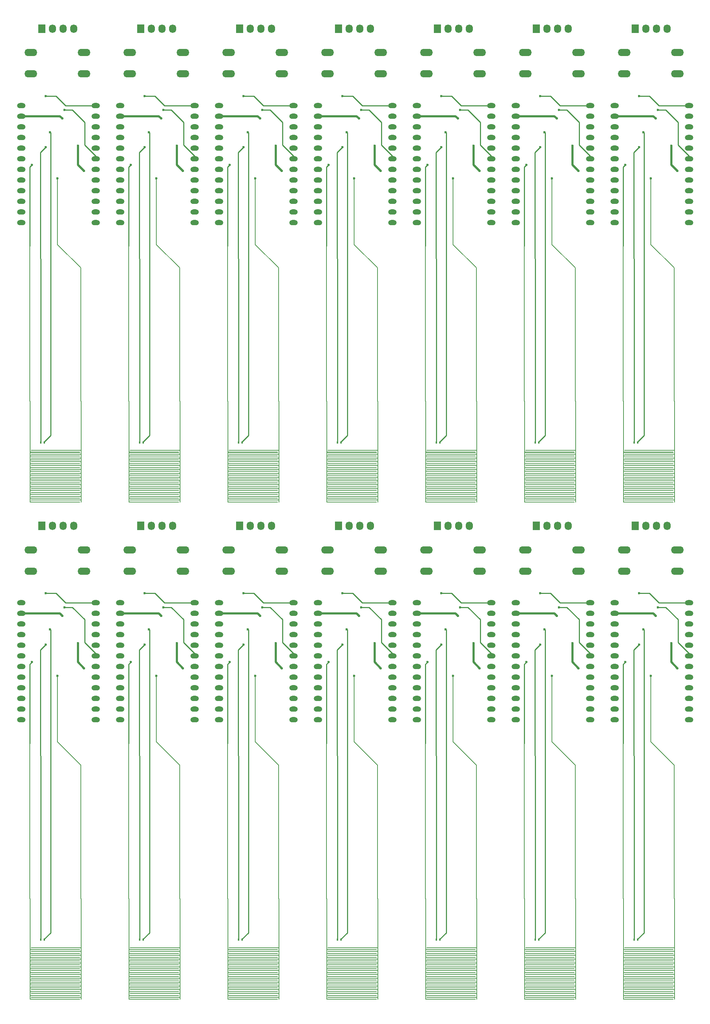
<source format=gtl>
G04 #@! TF.FileFunction,Copper,L1,Top,Signal*
%FSLAX46Y46*%
G04 Gerber Fmt 4.6, Leading zero omitted, Abs format (unit mm)*
G04 Created by KiCad (PCBNEW 4.0.1-stable) date 2/13/2017 3:52:04 PM*
%MOMM*%
G01*
G04 APERTURE LIST*
%ADD10C,0.100000*%
%ADD11O,2.000000X1.270000*%
%ADD12R,1.727200X2.032000*%
%ADD13O,1.727200X2.032000*%
%ADD14R,0.400000X0.600000*%
%ADD15O,3.048000X1.727200*%
%ADD16C,0.600000*%
%ADD17C,0.152400*%
%ADD18C,0.250000*%
%ADD19C,0.500000*%
G04 APERTURE END LIST*
D10*
D11*
X143298000Y-155090000D03*
X125518000Y-155090000D03*
X143298000Y-157630000D03*
X125518000Y-157630000D03*
X143298000Y-160170000D03*
X125518000Y-160170000D03*
X143298000Y-162710000D03*
X125518000Y-162710000D03*
X143298000Y-165250000D03*
X125518000Y-165250000D03*
X143298000Y-167790000D03*
X125518000Y-167790000D03*
X143298000Y-170330000D03*
X125518000Y-170330000D03*
X143298000Y-172870000D03*
X125518000Y-172870000D03*
X143298000Y-175410000D03*
X125518000Y-175410000D03*
X143298000Y-177950000D03*
X125518000Y-177950000D03*
X143298000Y-180490000D03*
X125518000Y-180490000D03*
X143298000Y-183030000D03*
X125518000Y-183030000D03*
D12*
X130445600Y-136751200D03*
D13*
X132985600Y-136751200D03*
X135525600Y-136751200D03*
X138065600Y-136751200D03*
D14*
X130198800Y-235531800D03*
X131098800Y-235531800D03*
D15*
X127854800Y-142440800D03*
X127854800Y-147520800D03*
X140554800Y-142440800D03*
X140554800Y-147520800D03*
X127854800Y-23695800D03*
X127854800Y-28775800D03*
X140554800Y-23695800D03*
X140554800Y-28775800D03*
D14*
X130198800Y-116786800D03*
X131098800Y-116786800D03*
D12*
X130445600Y-18006200D03*
D13*
X132985600Y-18006200D03*
X135525600Y-18006200D03*
X138065600Y-18006200D03*
D11*
X143298000Y-36345000D03*
X125518000Y-36345000D03*
X143298000Y-38885000D03*
X125518000Y-38885000D03*
X143298000Y-41425000D03*
X125518000Y-41425000D03*
X143298000Y-43965000D03*
X125518000Y-43965000D03*
X143298000Y-46505000D03*
X125518000Y-46505000D03*
X143298000Y-49045000D03*
X125518000Y-49045000D03*
X143298000Y-51585000D03*
X125518000Y-51585000D03*
X143298000Y-54125000D03*
X125518000Y-54125000D03*
X143298000Y-56665000D03*
X125518000Y-56665000D03*
X143298000Y-59205000D03*
X125518000Y-59205000D03*
X143298000Y-61745000D03*
X125518000Y-61745000D03*
X143298000Y-64285000D03*
X125518000Y-64285000D03*
X190542000Y-36345000D03*
X172762000Y-36345000D03*
X190542000Y-38885000D03*
X172762000Y-38885000D03*
X190542000Y-41425000D03*
X172762000Y-41425000D03*
X190542000Y-43965000D03*
X172762000Y-43965000D03*
X190542000Y-46505000D03*
X172762000Y-46505000D03*
X190542000Y-49045000D03*
X172762000Y-49045000D03*
X190542000Y-51585000D03*
X172762000Y-51585000D03*
X190542000Y-54125000D03*
X172762000Y-54125000D03*
X190542000Y-56665000D03*
X172762000Y-56665000D03*
X190542000Y-59205000D03*
X172762000Y-59205000D03*
X190542000Y-61745000D03*
X172762000Y-61745000D03*
X190542000Y-64285000D03*
X172762000Y-64285000D03*
D12*
X177689600Y-18006200D03*
D13*
X180229600Y-18006200D03*
X182769600Y-18006200D03*
X185309600Y-18006200D03*
D14*
X177442800Y-116786800D03*
X178342800Y-116786800D03*
D15*
X175098800Y-23695800D03*
X175098800Y-28775800D03*
X187798800Y-23695800D03*
X187798800Y-28775800D03*
X175098800Y-142440800D03*
X175098800Y-147520800D03*
X187798800Y-142440800D03*
X187798800Y-147520800D03*
D14*
X177442800Y-235531800D03*
X178342800Y-235531800D03*
D12*
X177689600Y-136751200D03*
D13*
X180229600Y-136751200D03*
X182769600Y-136751200D03*
X185309600Y-136751200D03*
D11*
X190542000Y-155090000D03*
X172762000Y-155090000D03*
X190542000Y-157630000D03*
X172762000Y-157630000D03*
X190542000Y-160170000D03*
X172762000Y-160170000D03*
X190542000Y-162710000D03*
X172762000Y-162710000D03*
X190542000Y-165250000D03*
X172762000Y-165250000D03*
X190542000Y-167790000D03*
X172762000Y-167790000D03*
X190542000Y-170330000D03*
X172762000Y-170330000D03*
X190542000Y-172870000D03*
X172762000Y-172870000D03*
X190542000Y-175410000D03*
X172762000Y-175410000D03*
X190542000Y-177950000D03*
X172762000Y-177950000D03*
X190542000Y-180490000D03*
X172762000Y-180490000D03*
X190542000Y-183030000D03*
X172762000Y-183030000D03*
X166920000Y-155090000D03*
X149140000Y-155090000D03*
X166920000Y-157630000D03*
X149140000Y-157630000D03*
X166920000Y-160170000D03*
X149140000Y-160170000D03*
X166920000Y-162710000D03*
X149140000Y-162710000D03*
X166920000Y-165250000D03*
X149140000Y-165250000D03*
X166920000Y-167790000D03*
X149140000Y-167790000D03*
X166920000Y-170330000D03*
X149140000Y-170330000D03*
X166920000Y-172870000D03*
X149140000Y-172870000D03*
X166920000Y-175410000D03*
X149140000Y-175410000D03*
X166920000Y-177950000D03*
X149140000Y-177950000D03*
X166920000Y-180490000D03*
X149140000Y-180490000D03*
X166920000Y-183030000D03*
X149140000Y-183030000D03*
D12*
X154067600Y-136751200D03*
D13*
X156607600Y-136751200D03*
X159147600Y-136751200D03*
X161687600Y-136751200D03*
D14*
X153820800Y-235531800D03*
X154720800Y-235531800D03*
D15*
X151476800Y-142440800D03*
X151476800Y-147520800D03*
X164176800Y-142440800D03*
X164176800Y-147520800D03*
X151476800Y-23695800D03*
X151476800Y-28775800D03*
X164176800Y-23695800D03*
X164176800Y-28775800D03*
D14*
X153820800Y-116786800D03*
X154720800Y-116786800D03*
D12*
X154067600Y-18006200D03*
D13*
X156607600Y-18006200D03*
X159147600Y-18006200D03*
X161687600Y-18006200D03*
D11*
X166920000Y-36345000D03*
X149140000Y-36345000D03*
X166920000Y-38885000D03*
X149140000Y-38885000D03*
X166920000Y-41425000D03*
X149140000Y-41425000D03*
X166920000Y-43965000D03*
X149140000Y-43965000D03*
X166920000Y-46505000D03*
X149140000Y-46505000D03*
X166920000Y-49045000D03*
X149140000Y-49045000D03*
X166920000Y-51585000D03*
X149140000Y-51585000D03*
X166920000Y-54125000D03*
X149140000Y-54125000D03*
X166920000Y-56665000D03*
X149140000Y-56665000D03*
X166920000Y-59205000D03*
X149140000Y-59205000D03*
X166920000Y-61745000D03*
X149140000Y-61745000D03*
X166920000Y-64285000D03*
X149140000Y-64285000D03*
X96054000Y-36345000D03*
X78274000Y-36345000D03*
X96054000Y-38885000D03*
X78274000Y-38885000D03*
X96054000Y-41425000D03*
X78274000Y-41425000D03*
X96054000Y-43965000D03*
X78274000Y-43965000D03*
X96054000Y-46505000D03*
X78274000Y-46505000D03*
X96054000Y-49045000D03*
X78274000Y-49045000D03*
X96054000Y-51585000D03*
X78274000Y-51585000D03*
X96054000Y-54125000D03*
X78274000Y-54125000D03*
X96054000Y-56665000D03*
X78274000Y-56665000D03*
X96054000Y-59205000D03*
X78274000Y-59205000D03*
X96054000Y-61745000D03*
X78274000Y-61745000D03*
X96054000Y-64285000D03*
X78274000Y-64285000D03*
D12*
X83201600Y-18006200D03*
D13*
X85741600Y-18006200D03*
X88281600Y-18006200D03*
X90821600Y-18006200D03*
D14*
X82954800Y-116786800D03*
X83854800Y-116786800D03*
D15*
X80610800Y-23695800D03*
X80610800Y-28775800D03*
X93310800Y-23695800D03*
X93310800Y-28775800D03*
X80610800Y-142440800D03*
X80610800Y-147520800D03*
X93310800Y-142440800D03*
X93310800Y-147520800D03*
D14*
X82954800Y-235531800D03*
X83854800Y-235531800D03*
D12*
X83201600Y-136751200D03*
D13*
X85741600Y-136751200D03*
X88281600Y-136751200D03*
X90821600Y-136751200D03*
D11*
X96054000Y-155090000D03*
X78274000Y-155090000D03*
X96054000Y-157630000D03*
X78274000Y-157630000D03*
X96054000Y-160170000D03*
X78274000Y-160170000D03*
X96054000Y-162710000D03*
X78274000Y-162710000D03*
X96054000Y-165250000D03*
X78274000Y-165250000D03*
X96054000Y-167790000D03*
X78274000Y-167790000D03*
X96054000Y-170330000D03*
X78274000Y-170330000D03*
X96054000Y-172870000D03*
X78274000Y-172870000D03*
X96054000Y-175410000D03*
X78274000Y-175410000D03*
X96054000Y-177950000D03*
X78274000Y-177950000D03*
X96054000Y-180490000D03*
X78274000Y-180490000D03*
X96054000Y-183030000D03*
X78274000Y-183030000D03*
X119676000Y-155090000D03*
X101896000Y-155090000D03*
X119676000Y-157630000D03*
X101896000Y-157630000D03*
X119676000Y-160170000D03*
X101896000Y-160170000D03*
X119676000Y-162710000D03*
X101896000Y-162710000D03*
X119676000Y-165250000D03*
X101896000Y-165250000D03*
X119676000Y-167790000D03*
X101896000Y-167790000D03*
X119676000Y-170330000D03*
X101896000Y-170330000D03*
X119676000Y-172870000D03*
X101896000Y-172870000D03*
X119676000Y-175410000D03*
X101896000Y-175410000D03*
X119676000Y-177950000D03*
X101896000Y-177950000D03*
X119676000Y-180490000D03*
X101896000Y-180490000D03*
X119676000Y-183030000D03*
X101896000Y-183030000D03*
D12*
X106823600Y-136751200D03*
D13*
X109363600Y-136751200D03*
X111903600Y-136751200D03*
X114443600Y-136751200D03*
D14*
X106576800Y-235531800D03*
X107476800Y-235531800D03*
D15*
X104232800Y-142440800D03*
X104232800Y-147520800D03*
X116932800Y-142440800D03*
X116932800Y-147520800D03*
X104232800Y-23695800D03*
X104232800Y-28775800D03*
X116932800Y-23695800D03*
X116932800Y-28775800D03*
D14*
X106576800Y-116786800D03*
X107476800Y-116786800D03*
D12*
X106823600Y-18006200D03*
D13*
X109363600Y-18006200D03*
X111903600Y-18006200D03*
X114443600Y-18006200D03*
D11*
X119676000Y-36345000D03*
X101896000Y-36345000D03*
X119676000Y-38885000D03*
X101896000Y-38885000D03*
X119676000Y-41425000D03*
X101896000Y-41425000D03*
X119676000Y-43965000D03*
X101896000Y-43965000D03*
X119676000Y-46505000D03*
X101896000Y-46505000D03*
X119676000Y-49045000D03*
X101896000Y-49045000D03*
X119676000Y-51585000D03*
X101896000Y-51585000D03*
X119676000Y-54125000D03*
X101896000Y-54125000D03*
X119676000Y-56665000D03*
X101896000Y-56665000D03*
X119676000Y-59205000D03*
X101896000Y-59205000D03*
X119676000Y-61745000D03*
X101896000Y-61745000D03*
X119676000Y-64285000D03*
X101896000Y-64285000D03*
X72432000Y-36345000D03*
X54652000Y-36345000D03*
X72432000Y-38885000D03*
X54652000Y-38885000D03*
X72432000Y-41425000D03*
X54652000Y-41425000D03*
X72432000Y-43965000D03*
X54652000Y-43965000D03*
X72432000Y-46505000D03*
X54652000Y-46505000D03*
X72432000Y-49045000D03*
X54652000Y-49045000D03*
X72432000Y-51585000D03*
X54652000Y-51585000D03*
X72432000Y-54125000D03*
X54652000Y-54125000D03*
X72432000Y-56665000D03*
X54652000Y-56665000D03*
X72432000Y-59205000D03*
X54652000Y-59205000D03*
X72432000Y-61745000D03*
X54652000Y-61745000D03*
X72432000Y-64285000D03*
X54652000Y-64285000D03*
D12*
X59579600Y-18006200D03*
D13*
X62119600Y-18006200D03*
X64659600Y-18006200D03*
X67199600Y-18006200D03*
D14*
X59332800Y-116786800D03*
X60232800Y-116786800D03*
D15*
X56988800Y-23695800D03*
X56988800Y-28775800D03*
X69688800Y-23695800D03*
X69688800Y-28775800D03*
X56988800Y-142440800D03*
X56988800Y-147520800D03*
X69688800Y-142440800D03*
X69688800Y-147520800D03*
D14*
X59332800Y-235531800D03*
X60232800Y-235531800D03*
D12*
X59579600Y-136751200D03*
D13*
X62119600Y-136751200D03*
X64659600Y-136751200D03*
X67199600Y-136751200D03*
D11*
X72432000Y-155090000D03*
X54652000Y-155090000D03*
X72432000Y-157630000D03*
X54652000Y-157630000D03*
X72432000Y-160170000D03*
X54652000Y-160170000D03*
X72432000Y-162710000D03*
X54652000Y-162710000D03*
X72432000Y-165250000D03*
X54652000Y-165250000D03*
X72432000Y-167790000D03*
X54652000Y-167790000D03*
X72432000Y-170330000D03*
X54652000Y-170330000D03*
X72432000Y-172870000D03*
X54652000Y-172870000D03*
X72432000Y-175410000D03*
X54652000Y-175410000D03*
X72432000Y-177950000D03*
X54652000Y-177950000D03*
X72432000Y-180490000D03*
X54652000Y-180490000D03*
X72432000Y-183030000D03*
X54652000Y-183030000D03*
X48810000Y-155090000D03*
X31030000Y-155090000D03*
X48810000Y-157630000D03*
X31030000Y-157630000D03*
X48810000Y-160170000D03*
X31030000Y-160170000D03*
X48810000Y-162710000D03*
X31030000Y-162710000D03*
X48810000Y-165250000D03*
X31030000Y-165250000D03*
X48810000Y-167790000D03*
X31030000Y-167790000D03*
X48810000Y-170330000D03*
X31030000Y-170330000D03*
X48810000Y-172870000D03*
X31030000Y-172870000D03*
X48810000Y-175410000D03*
X31030000Y-175410000D03*
X48810000Y-177950000D03*
X31030000Y-177950000D03*
X48810000Y-180490000D03*
X31030000Y-180490000D03*
X48810000Y-183030000D03*
X31030000Y-183030000D03*
D12*
X35957600Y-136751200D03*
D13*
X38497600Y-136751200D03*
X41037600Y-136751200D03*
X43577600Y-136751200D03*
D14*
X35710800Y-235531800D03*
X36610800Y-235531800D03*
D15*
X33366800Y-142440800D03*
X33366800Y-147520800D03*
X46066800Y-142440800D03*
X46066800Y-147520800D03*
X33366800Y-23695800D03*
X33366800Y-28775800D03*
X46066800Y-23695800D03*
X46066800Y-28775800D03*
D14*
X35710800Y-116786800D03*
X36610800Y-116786800D03*
D12*
X35957600Y-18006200D03*
D13*
X38497600Y-18006200D03*
X41037600Y-18006200D03*
X43577600Y-18006200D03*
D11*
X48810000Y-36345000D03*
X31030000Y-36345000D03*
X48810000Y-38885000D03*
X31030000Y-38885000D03*
X48810000Y-41425000D03*
X31030000Y-41425000D03*
X48810000Y-43965000D03*
X31030000Y-43965000D03*
X48810000Y-46505000D03*
X31030000Y-46505000D03*
X48810000Y-49045000D03*
X31030000Y-49045000D03*
X48810000Y-51585000D03*
X31030000Y-51585000D03*
X48810000Y-54125000D03*
X31030000Y-54125000D03*
X48810000Y-56665000D03*
X31030000Y-56665000D03*
X48810000Y-59205000D03*
X31030000Y-59205000D03*
X48810000Y-61745000D03*
X31030000Y-61745000D03*
X48810000Y-64285000D03*
X31030000Y-64285000D03*
D16*
X132452200Y-161440000D03*
X132452200Y-42695000D03*
X179696200Y-42695000D03*
X179696200Y-161440000D03*
X156074200Y-161440000D03*
X156074200Y-42695000D03*
X85208200Y-42695000D03*
X85208200Y-161440000D03*
X108830200Y-161440000D03*
X108830200Y-42695000D03*
X61586200Y-42695000D03*
X61586200Y-161440000D03*
X37964200Y-161440000D03*
X37964200Y-42695000D03*
X135373200Y-158188800D03*
X140554800Y-170711000D03*
X139107000Y-164716600D03*
X139107000Y-45971600D03*
X140554800Y-51966000D03*
X135373200Y-39443800D03*
X182617200Y-39443800D03*
X187798800Y-51966000D03*
X186351000Y-45971600D03*
X186351000Y-164716600D03*
X187798800Y-170711000D03*
X182617200Y-158188800D03*
X158995200Y-158188800D03*
X164176800Y-170711000D03*
X162729000Y-164716600D03*
X162729000Y-45971600D03*
X164176800Y-51966000D03*
X158995200Y-39443800D03*
X88129200Y-39443800D03*
X93310800Y-51966000D03*
X91863000Y-45971600D03*
X91863000Y-164716600D03*
X93310800Y-170711000D03*
X88129200Y-158188800D03*
X111751200Y-158188800D03*
X116932800Y-170711000D03*
X115485000Y-164716600D03*
X115485000Y-45971600D03*
X116932800Y-51966000D03*
X111751200Y-39443800D03*
X64507200Y-39443800D03*
X69688800Y-51966000D03*
X68241000Y-45971600D03*
X68241000Y-164716600D03*
X69688800Y-170711000D03*
X64507200Y-158188800D03*
X40885200Y-158188800D03*
X46066800Y-170711000D03*
X44619000Y-164716600D03*
X44619000Y-45971600D03*
X46066800Y-51966000D03*
X40885200Y-39443800D03*
X131436200Y-165072200D03*
X131436200Y-46327200D03*
X178680200Y-46327200D03*
X178680200Y-165072200D03*
X155058200Y-165072200D03*
X155058200Y-46327200D03*
X84192200Y-46327200D03*
X84192200Y-165072200D03*
X107814200Y-165072200D03*
X107814200Y-46327200D03*
X60570200Y-46327200D03*
X60570200Y-165072200D03*
X36948200Y-165072200D03*
X36948200Y-46327200D03*
X134179400Y-172514400D03*
X134179400Y-53769400D03*
X181423400Y-53769400D03*
X181423400Y-172514400D03*
X157801400Y-172514400D03*
X157801400Y-53769400D03*
X86935400Y-53769400D03*
X86935400Y-172514400D03*
X110557400Y-172514400D03*
X110557400Y-53769400D03*
X63313400Y-53769400D03*
X63313400Y-172514400D03*
X39691400Y-172514400D03*
X39691400Y-53769400D03*
X128134200Y-169263200D03*
X128134200Y-50518200D03*
X175378200Y-50518200D03*
X175378200Y-169263200D03*
X151756200Y-169263200D03*
X151756200Y-50518200D03*
X80890200Y-50518200D03*
X80890200Y-169263200D03*
X104512200Y-169263200D03*
X104512200Y-50518200D03*
X57268200Y-50518200D03*
X57268200Y-169263200D03*
X33646200Y-169263200D03*
X33646200Y-50518200D03*
X135868500Y-156182200D03*
X135868500Y-37437200D03*
X183112500Y-37437200D03*
X183112500Y-156182200D03*
X159490500Y-156182200D03*
X159490500Y-37437200D03*
X88624500Y-37437200D03*
X88624500Y-156182200D03*
X112246500Y-156182200D03*
X112246500Y-37437200D03*
X65002500Y-37437200D03*
X65002500Y-156182200D03*
X41380500Y-156182200D03*
X41380500Y-37437200D03*
X131398100Y-152829400D03*
X131398100Y-34084400D03*
X178642100Y-34084400D03*
X178642100Y-152829400D03*
X155020100Y-152829400D03*
X155020100Y-34084400D03*
X84154100Y-34084400D03*
X84154100Y-152829400D03*
X107776100Y-152829400D03*
X107776100Y-34084400D03*
X60532100Y-34084400D03*
X60532100Y-152829400D03*
X36910100Y-152829400D03*
X36910100Y-34084400D03*
D17*
X139846200Y-248397400D02*
X127959000Y-248397400D01*
X139846200Y-248993000D02*
X139846200Y-248393000D01*
X139846200Y-248393000D02*
X139846200Y-237577000D01*
X139846200Y-249618640D02*
X139846200Y-248993000D01*
X139846200Y-249769000D02*
X139846200Y-249618640D01*
X139846200Y-238339000D02*
X127959000Y-238339000D01*
X127654200Y-238796200D02*
X139541400Y-238796200D01*
X139846200Y-239253400D02*
X127959000Y-239253400D01*
X127654200Y-239710600D02*
X139541400Y-239710600D01*
X139846200Y-240167800D02*
X127959000Y-240167800D01*
X127654200Y-240625000D02*
X139541400Y-240625000D01*
X139846200Y-241082200D02*
X127959000Y-241082200D01*
X127654200Y-241539400D02*
X139541400Y-241539400D01*
X139846200Y-241996600D02*
X127959000Y-241996600D01*
X127654200Y-242453800D02*
X139541400Y-242453800D01*
X139846200Y-242911000D02*
X127959000Y-242911000D01*
X127654200Y-243368200D02*
X139541400Y-243368200D01*
X139846200Y-243825400D02*
X127959000Y-243825400D01*
X139846200Y-244739800D02*
X127959000Y-244739800D01*
X127654200Y-245197000D02*
X139541400Y-245197000D01*
X139846200Y-245654200D02*
X127959000Y-245654200D01*
X127654200Y-246111400D02*
X139541400Y-246111400D01*
X139846200Y-246568600D02*
X127959000Y-246568600D01*
X127654200Y-247025800D02*
X139541400Y-247025800D01*
X139846200Y-247483000D02*
X127959000Y-247483000D01*
X127654200Y-247940200D02*
X139541400Y-247940200D01*
X127654200Y-248854600D02*
X139541400Y-248854600D01*
X139846200Y-249311800D02*
X127959000Y-249311800D01*
X139846200Y-237450000D02*
X127959000Y-237450000D01*
X127654200Y-244282600D02*
X139541400Y-244282600D01*
X127654200Y-249769000D02*
X139541400Y-249769000D01*
X127654200Y-244355820D02*
X127654200Y-249769000D01*
X127654200Y-237577000D02*
X127654200Y-244355820D01*
X127654200Y-118832000D02*
X127654200Y-125610820D01*
X127654200Y-125610820D02*
X127654200Y-131024000D01*
X127654200Y-131024000D02*
X139541400Y-131024000D01*
X127654200Y-125537600D02*
X139541400Y-125537600D01*
X139846200Y-118705000D02*
X127959000Y-118705000D01*
X139846200Y-130566800D02*
X127959000Y-130566800D01*
X127654200Y-130109600D02*
X139541400Y-130109600D01*
X127654200Y-129195200D02*
X139541400Y-129195200D01*
X139846200Y-128738000D02*
X127959000Y-128738000D01*
X127654200Y-128280800D02*
X139541400Y-128280800D01*
X139846200Y-127823600D02*
X127959000Y-127823600D01*
X127654200Y-127366400D02*
X139541400Y-127366400D01*
X139846200Y-126909200D02*
X127959000Y-126909200D01*
X127654200Y-126452000D02*
X139541400Y-126452000D01*
X139846200Y-125994800D02*
X127959000Y-125994800D01*
X139846200Y-125080400D02*
X127959000Y-125080400D01*
X127654200Y-124623200D02*
X139541400Y-124623200D01*
X139846200Y-124166000D02*
X127959000Y-124166000D01*
X127654200Y-123708800D02*
X139541400Y-123708800D01*
X139846200Y-123251600D02*
X127959000Y-123251600D01*
X127654200Y-122794400D02*
X139541400Y-122794400D01*
X139846200Y-122337200D02*
X127959000Y-122337200D01*
X127654200Y-121880000D02*
X139541400Y-121880000D01*
X139846200Y-121422800D02*
X127959000Y-121422800D01*
X127654200Y-120965600D02*
X139541400Y-120965600D01*
X139846200Y-120508400D02*
X127959000Y-120508400D01*
X127654200Y-120051200D02*
X139541400Y-120051200D01*
X139846200Y-119594000D02*
X127959000Y-119594000D01*
X139846200Y-131024000D02*
X139846200Y-130873640D01*
X139846200Y-130873640D02*
X139846200Y-130248000D01*
X139846200Y-129648000D02*
X139846200Y-118832000D01*
X139846200Y-130248000D02*
X139846200Y-129648000D01*
X139846200Y-129652400D02*
X127959000Y-129652400D01*
X187090200Y-129652400D02*
X175203000Y-129652400D01*
X187090200Y-130248000D02*
X187090200Y-129648000D01*
X187090200Y-129648000D02*
X187090200Y-118832000D01*
X187090200Y-130873640D02*
X187090200Y-130248000D01*
X187090200Y-131024000D02*
X187090200Y-130873640D01*
X187090200Y-119594000D02*
X175203000Y-119594000D01*
X174898200Y-120051200D02*
X186785400Y-120051200D01*
X187090200Y-120508400D02*
X175203000Y-120508400D01*
X174898200Y-120965600D02*
X186785400Y-120965600D01*
X187090200Y-121422800D02*
X175203000Y-121422800D01*
X174898200Y-121880000D02*
X186785400Y-121880000D01*
X187090200Y-122337200D02*
X175203000Y-122337200D01*
X174898200Y-122794400D02*
X186785400Y-122794400D01*
X187090200Y-123251600D02*
X175203000Y-123251600D01*
X174898200Y-123708800D02*
X186785400Y-123708800D01*
X187090200Y-124166000D02*
X175203000Y-124166000D01*
X174898200Y-124623200D02*
X186785400Y-124623200D01*
X187090200Y-125080400D02*
X175203000Y-125080400D01*
X187090200Y-125994800D02*
X175203000Y-125994800D01*
X174898200Y-126452000D02*
X186785400Y-126452000D01*
X187090200Y-126909200D02*
X175203000Y-126909200D01*
X174898200Y-127366400D02*
X186785400Y-127366400D01*
X187090200Y-127823600D02*
X175203000Y-127823600D01*
X174898200Y-128280800D02*
X186785400Y-128280800D01*
X187090200Y-128738000D02*
X175203000Y-128738000D01*
X174898200Y-129195200D02*
X186785400Y-129195200D01*
X174898200Y-130109600D02*
X186785400Y-130109600D01*
X187090200Y-130566800D02*
X175203000Y-130566800D01*
X187090200Y-118705000D02*
X175203000Y-118705000D01*
X174898200Y-125537600D02*
X186785400Y-125537600D01*
X174898200Y-131024000D02*
X186785400Y-131024000D01*
X174898200Y-125610820D02*
X174898200Y-131024000D01*
X174898200Y-118832000D02*
X174898200Y-125610820D01*
X174898200Y-237577000D02*
X174898200Y-244355820D01*
X174898200Y-244355820D02*
X174898200Y-249769000D01*
X174898200Y-249769000D02*
X186785400Y-249769000D01*
X174898200Y-244282600D02*
X186785400Y-244282600D01*
X187090200Y-237450000D02*
X175203000Y-237450000D01*
X187090200Y-249311800D02*
X175203000Y-249311800D01*
X174898200Y-248854600D02*
X186785400Y-248854600D01*
X174898200Y-247940200D02*
X186785400Y-247940200D01*
X187090200Y-247483000D02*
X175203000Y-247483000D01*
X174898200Y-247025800D02*
X186785400Y-247025800D01*
X187090200Y-246568600D02*
X175203000Y-246568600D01*
X174898200Y-246111400D02*
X186785400Y-246111400D01*
X187090200Y-245654200D02*
X175203000Y-245654200D01*
X174898200Y-245197000D02*
X186785400Y-245197000D01*
X187090200Y-244739800D02*
X175203000Y-244739800D01*
X187090200Y-243825400D02*
X175203000Y-243825400D01*
X174898200Y-243368200D02*
X186785400Y-243368200D01*
X187090200Y-242911000D02*
X175203000Y-242911000D01*
X174898200Y-242453800D02*
X186785400Y-242453800D01*
X187090200Y-241996600D02*
X175203000Y-241996600D01*
X174898200Y-241539400D02*
X186785400Y-241539400D01*
X187090200Y-241082200D02*
X175203000Y-241082200D01*
X174898200Y-240625000D02*
X186785400Y-240625000D01*
X187090200Y-240167800D02*
X175203000Y-240167800D01*
X174898200Y-239710600D02*
X186785400Y-239710600D01*
X187090200Y-239253400D02*
X175203000Y-239253400D01*
X174898200Y-238796200D02*
X186785400Y-238796200D01*
X187090200Y-238339000D02*
X175203000Y-238339000D01*
X187090200Y-249769000D02*
X187090200Y-249618640D01*
X187090200Y-249618640D02*
X187090200Y-248993000D01*
X187090200Y-248393000D02*
X187090200Y-237577000D01*
X187090200Y-248993000D02*
X187090200Y-248393000D01*
X187090200Y-248397400D02*
X175203000Y-248397400D01*
X163468200Y-248397400D02*
X151581000Y-248397400D01*
X163468200Y-248993000D02*
X163468200Y-248393000D01*
X163468200Y-248393000D02*
X163468200Y-237577000D01*
X163468200Y-249618640D02*
X163468200Y-248993000D01*
X163468200Y-249769000D02*
X163468200Y-249618640D01*
X163468200Y-238339000D02*
X151581000Y-238339000D01*
X151276200Y-238796200D02*
X163163400Y-238796200D01*
X163468200Y-239253400D02*
X151581000Y-239253400D01*
X151276200Y-239710600D02*
X163163400Y-239710600D01*
X163468200Y-240167800D02*
X151581000Y-240167800D01*
X151276200Y-240625000D02*
X163163400Y-240625000D01*
X163468200Y-241082200D02*
X151581000Y-241082200D01*
X151276200Y-241539400D02*
X163163400Y-241539400D01*
X163468200Y-241996600D02*
X151581000Y-241996600D01*
X151276200Y-242453800D02*
X163163400Y-242453800D01*
X163468200Y-242911000D02*
X151581000Y-242911000D01*
X151276200Y-243368200D02*
X163163400Y-243368200D01*
X163468200Y-243825400D02*
X151581000Y-243825400D01*
X163468200Y-244739800D02*
X151581000Y-244739800D01*
X151276200Y-245197000D02*
X163163400Y-245197000D01*
X163468200Y-245654200D02*
X151581000Y-245654200D01*
X151276200Y-246111400D02*
X163163400Y-246111400D01*
X163468200Y-246568600D02*
X151581000Y-246568600D01*
X151276200Y-247025800D02*
X163163400Y-247025800D01*
X163468200Y-247483000D02*
X151581000Y-247483000D01*
X151276200Y-247940200D02*
X163163400Y-247940200D01*
X151276200Y-248854600D02*
X163163400Y-248854600D01*
X163468200Y-249311800D02*
X151581000Y-249311800D01*
X163468200Y-237450000D02*
X151581000Y-237450000D01*
X151276200Y-244282600D02*
X163163400Y-244282600D01*
X151276200Y-249769000D02*
X163163400Y-249769000D01*
X151276200Y-244355820D02*
X151276200Y-249769000D01*
X151276200Y-237577000D02*
X151276200Y-244355820D01*
X151276200Y-118832000D02*
X151276200Y-125610820D01*
X151276200Y-125610820D02*
X151276200Y-131024000D01*
X151276200Y-131024000D02*
X163163400Y-131024000D01*
X151276200Y-125537600D02*
X163163400Y-125537600D01*
X163468200Y-118705000D02*
X151581000Y-118705000D01*
X163468200Y-130566800D02*
X151581000Y-130566800D01*
X151276200Y-130109600D02*
X163163400Y-130109600D01*
X151276200Y-129195200D02*
X163163400Y-129195200D01*
X163468200Y-128738000D02*
X151581000Y-128738000D01*
X151276200Y-128280800D02*
X163163400Y-128280800D01*
X163468200Y-127823600D02*
X151581000Y-127823600D01*
X151276200Y-127366400D02*
X163163400Y-127366400D01*
X163468200Y-126909200D02*
X151581000Y-126909200D01*
X151276200Y-126452000D02*
X163163400Y-126452000D01*
X163468200Y-125994800D02*
X151581000Y-125994800D01*
X163468200Y-125080400D02*
X151581000Y-125080400D01*
X151276200Y-124623200D02*
X163163400Y-124623200D01*
X163468200Y-124166000D02*
X151581000Y-124166000D01*
X151276200Y-123708800D02*
X163163400Y-123708800D01*
X163468200Y-123251600D02*
X151581000Y-123251600D01*
X151276200Y-122794400D02*
X163163400Y-122794400D01*
X163468200Y-122337200D02*
X151581000Y-122337200D01*
X151276200Y-121880000D02*
X163163400Y-121880000D01*
X163468200Y-121422800D02*
X151581000Y-121422800D01*
X151276200Y-120965600D02*
X163163400Y-120965600D01*
X163468200Y-120508400D02*
X151581000Y-120508400D01*
X151276200Y-120051200D02*
X163163400Y-120051200D01*
X163468200Y-119594000D02*
X151581000Y-119594000D01*
X163468200Y-131024000D02*
X163468200Y-130873640D01*
X163468200Y-130873640D02*
X163468200Y-130248000D01*
X163468200Y-129648000D02*
X163468200Y-118832000D01*
X163468200Y-130248000D02*
X163468200Y-129648000D01*
X163468200Y-129652400D02*
X151581000Y-129652400D01*
X92602200Y-129652400D02*
X80715000Y-129652400D01*
X92602200Y-130248000D02*
X92602200Y-129648000D01*
X92602200Y-129648000D02*
X92602200Y-118832000D01*
X92602200Y-130873640D02*
X92602200Y-130248000D01*
X92602200Y-131024000D02*
X92602200Y-130873640D01*
X92602200Y-119594000D02*
X80715000Y-119594000D01*
X80410200Y-120051200D02*
X92297400Y-120051200D01*
X92602200Y-120508400D02*
X80715000Y-120508400D01*
X80410200Y-120965600D02*
X92297400Y-120965600D01*
X92602200Y-121422800D02*
X80715000Y-121422800D01*
X80410200Y-121880000D02*
X92297400Y-121880000D01*
X92602200Y-122337200D02*
X80715000Y-122337200D01*
X80410200Y-122794400D02*
X92297400Y-122794400D01*
X92602200Y-123251600D02*
X80715000Y-123251600D01*
X80410200Y-123708800D02*
X92297400Y-123708800D01*
X92602200Y-124166000D02*
X80715000Y-124166000D01*
X80410200Y-124623200D02*
X92297400Y-124623200D01*
X92602200Y-125080400D02*
X80715000Y-125080400D01*
X92602200Y-125994800D02*
X80715000Y-125994800D01*
X80410200Y-126452000D02*
X92297400Y-126452000D01*
X92602200Y-126909200D02*
X80715000Y-126909200D01*
X80410200Y-127366400D02*
X92297400Y-127366400D01*
X92602200Y-127823600D02*
X80715000Y-127823600D01*
X80410200Y-128280800D02*
X92297400Y-128280800D01*
X92602200Y-128738000D02*
X80715000Y-128738000D01*
X80410200Y-129195200D02*
X92297400Y-129195200D01*
X80410200Y-130109600D02*
X92297400Y-130109600D01*
X92602200Y-130566800D02*
X80715000Y-130566800D01*
X92602200Y-118705000D02*
X80715000Y-118705000D01*
X80410200Y-125537600D02*
X92297400Y-125537600D01*
X80410200Y-131024000D02*
X92297400Y-131024000D01*
X80410200Y-125610820D02*
X80410200Y-131024000D01*
X80410200Y-118832000D02*
X80410200Y-125610820D01*
X80410200Y-237577000D02*
X80410200Y-244355820D01*
X80410200Y-244355820D02*
X80410200Y-249769000D01*
X80410200Y-249769000D02*
X92297400Y-249769000D01*
X80410200Y-244282600D02*
X92297400Y-244282600D01*
X92602200Y-237450000D02*
X80715000Y-237450000D01*
X92602200Y-249311800D02*
X80715000Y-249311800D01*
X80410200Y-248854600D02*
X92297400Y-248854600D01*
X80410200Y-247940200D02*
X92297400Y-247940200D01*
X92602200Y-247483000D02*
X80715000Y-247483000D01*
X80410200Y-247025800D02*
X92297400Y-247025800D01*
X92602200Y-246568600D02*
X80715000Y-246568600D01*
X80410200Y-246111400D02*
X92297400Y-246111400D01*
X92602200Y-245654200D02*
X80715000Y-245654200D01*
X80410200Y-245197000D02*
X92297400Y-245197000D01*
X92602200Y-244739800D02*
X80715000Y-244739800D01*
X92602200Y-243825400D02*
X80715000Y-243825400D01*
X80410200Y-243368200D02*
X92297400Y-243368200D01*
X92602200Y-242911000D02*
X80715000Y-242911000D01*
X80410200Y-242453800D02*
X92297400Y-242453800D01*
X92602200Y-241996600D02*
X80715000Y-241996600D01*
X80410200Y-241539400D02*
X92297400Y-241539400D01*
X92602200Y-241082200D02*
X80715000Y-241082200D01*
X80410200Y-240625000D02*
X92297400Y-240625000D01*
X92602200Y-240167800D02*
X80715000Y-240167800D01*
X80410200Y-239710600D02*
X92297400Y-239710600D01*
X92602200Y-239253400D02*
X80715000Y-239253400D01*
X80410200Y-238796200D02*
X92297400Y-238796200D01*
X92602200Y-238339000D02*
X80715000Y-238339000D01*
X92602200Y-249769000D02*
X92602200Y-249618640D01*
X92602200Y-249618640D02*
X92602200Y-248993000D01*
X92602200Y-248393000D02*
X92602200Y-237577000D01*
X92602200Y-248993000D02*
X92602200Y-248393000D01*
X92602200Y-248397400D02*
X80715000Y-248397400D01*
X116224200Y-248397400D02*
X104337000Y-248397400D01*
X116224200Y-248993000D02*
X116224200Y-248393000D01*
X116224200Y-248393000D02*
X116224200Y-237577000D01*
X116224200Y-249618640D02*
X116224200Y-248993000D01*
X116224200Y-249769000D02*
X116224200Y-249618640D01*
X116224200Y-238339000D02*
X104337000Y-238339000D01*
X104032200Y-238796200D02*
X115919400Y-238796200D01*
X116224200Y-239253400D02*
X104337000Y-239253400D01*
X104032200Y-239710600D02*
X115919400Y-239710600D01*
X116224200Y-240167800D02*
X104337000Y-240167800D01*
X104032200Y-240625000D02*
X115919400Y-240625000D01*
X116224200Y-241082200D02*
X104337000Y-241082200D01*
X104032200Y-241539400D02*
X115919400Y-241539400D01*
X116224200Y-241996600D02*
X104337000Y-241996600D01*
X104032200Y-242453800D02*
X115919400Y-242453800D01*
X116224200Y-242911000D02*
X104337000Y-242911000D01*
X104032200Y-243368200D02*
X115919400Y-243368200D01*
X116224200Y-243825400D02*
X104337000Y-243825400D01*
X116224200Y-244739800D02*
X104337000Y-244739800D01*
X104032200Y-245197000D02*
X115919400Y-245197000D01*
X116224200Y-245654200D02*
X104337000Y-245654200D01*
X104032200Y-246111400D02*
X115919400Y-246111400D01*
X116224200Y-246568600D02*
X104337000Y-246568600D01*
X104032200Y-247025800D02*
X115919400Y-247025800D01*
X116224200Y-247483000D02*
X104337000Y-247483000D01*
X104032200Y-247940200D02*
X115919400Y-247940200D01*
X104032200Y-248854600D02*
X115919400Y-248854600D01*
X116224200Y-249311800D02*
X104337000Y-249311800D01*
X116224200Y-237450000D02*
X104337000Y-237450000D01*
X104032200Y-244282600D02*
X115919400Y-244282600D01*
X104032200Y-249769000D02*
X115919400Y-249769000D01*
X104032200Y-244355820D02*
X104032200Y-249769000D01*
X104032200Y-237577000D02*
X104032200Y-244355820D01*
X104032200Y-118832000D02*
X104032200Y-125610820D01*
X104032200Y-125610820D02*
X104032200Y-131024000D01*
X104032200Y-131024000D02*
X115919400Y-131024000D01*
X104032200Y-125537600D02*
X115919400Y-125537600D01*
X116224200Y-118705000D02*
X104337000Y-118705000D01*
X116224200Y-130566800D02*
X104337000Y-130566800D01*
X104032200Y-130109600D02*
X115919400Y-130109600D01*
X104032200Y-129195200D02*
X115919400Y-129195200D01*
X116224200Y-128738000D02*
X104337000Y-128738000D01*
X104032200Y-128280800D02*
X115919400Y-128280800D01*
X116224200Y-127823600D02*
X104337000Y-127823600D01*
X104032200Y-127366400D02*
X115919400Y-127366400D01*
X116224200Y-126909200D02*
X104337000Y-126909200D01*
X104032200Y-126452000D02*
X115919400Y-126452000D01*
X116224200Y-125994800D02*
X104337000Y-125994800D01*
X116224200Y-125080400D02*
X104337000Y-125080400D01*
X104032200Y-124623200D02*
X115919400Y-124623200D01*
X116224200Y-124166000D02*
X104337000Y-124166000D01*
X104032200Y-123708800D02*
X115919400Y-123708800D01*
X116224200Y-123251600D02*
X104337000Y-123251600D01*
X104032200Y-122794400D02*
X115919400Y-122794400D01*
X116224200Y-122337200D02*
X104337000Y-122337200D01*
X104032200Y-121880000D02*
X115919400Y-121880000D01*
X116224200Y-121422800D02*
X104337000Y-121422800D01*
X104032200Y-120965600D02*
X115919400Y-120965600D01*
X116224200Y-120508400D02*
X104337000Y-120508400D01*
X104032200Y-120051200D02*
X115919400Y-120051200D01*
X116224200Y-119594000D02*
X104337000Y-119594000D01*
X116224200Y-131024000D02*
X116224200Y-130873640D01*
X116224200Y-130873640D02*
X116224200Y-130248000D01*
X116224200Y-129648000D02*
X116224200Y-118832000D01*
X116224200Y-130248000D02*
X116224200Y-129648000D01*
X116224200Y-129652400D02*
X104337000Y-129652400D01*
X68980200Y-129652400D02*
X57093000Y-129652400D01*
X68980200Y-130248000D02*
X68980200Y-129648000D01*
X68980200Y-129648000D02*
X68980200Y-118832000D01*
X68980200Y-130873640D02*
X68980200Y-130248000D01*
X68980200Y-131024000D02*
X68980200Y-130873640D01*
X68980200Y-119594000D02*
X57093000Y-119594000D01*
X56788200Y-120051200D02*
X68675400Y-120051200D01*
X68980200Y-120508400D02*
X57093000Y-120508400D01*
X56788200Y-120965600D02*
X68675400Y-120965600D01*
X68980200Y-121422800D02*
X57093000Y-121422800D01*
X56788200Y-121880000D02*
X68675400Y-121880000D01*
X68980200Y-122337200D02*
X57093000Y-122337200D01*
X56788200Y-122794400D02*
X68675400Y-122794400D01*
X68980200Y-123251600D02*
X57093000Y-123251600D01*
X56788200Y-123708800D02*
X68675400Y-123708800D01*
X68980200Y-124166000D02*
X57093000Y-124166000D01*
X56788200Y-124623200D02*
X68675400Y-124623200D01*
X68980200Y-125080400D02*
X57093000Y-125080400D01*
X68980200Y-125994800D02*
X57093000Y-125994800D01*
X56788200Y-126452000D02*
X68675400Y-126452000D01*
X68980200Y-126909200D02*
X57093000Y-126909200D01*
X56788200Y-127366400D02*
X68675400Y-127366400D01*
X68980200Y-127823600D02*
X57093000Y-127823600D01*
X56788200Y-128280800D02*
X68675400Y-128280800D01*
X68980200Y-128738000D02*
X57093000Y-128738000D01*
X56788200Y-129195200D02*
X68675400Y-129195200D01*
X56788200Y-130109600D02*
X68675400Y-130109600D01*
X68980200Y-130566800D02*
X57093000Y-130566800D01*
X68980200Y-118705000D02*
X57093000Y-118705000D01*
X56788200Y-125537600D02*
X68675400Y-125537600D01*
X56788200Y-131024000D02*
X68675400Y-131024000D01*
X56788200Y-125610820D02*
X56788200Y-131024000D01*
X56788200Y-118832000D02*
X56788200Y-125610820D01*
X56788200Y-237577000D02*
X56788200Y-244355820D01*
X56788200Y-244355820D02*
X56788200Y-249769000D01*
X56788200Y-249769000D02*
X68675400Y-249769000D01*
X56788200Y-244282600D02*
X68675400Y-244282600D01*
X68980200Y-237450000D02*
X57093000Y-237450000D01*
X68980200Y-249311800D02*
X57093000Y-249311800D01*
X56788200Y-248854600D02*
X68675400Y-248854600D01*
X56788200Y-247940200D02*
X68675400Y-247940200D01*
X68980200Y-247483000D02*
X57093000Y-247483000D01*
X56788200Y-247025800D02*
X68675400Y-247025800D01*
X68980200Y-246568600D02*
X57093000Y-246568600D01*
X56788200Y-246111400D02*
X68675400Y-246111400D01*
X68980200Y-245654200D02*
X57093000Y-245654200D01*
X56788200Y-245197000D02*
X68675400Y-245197000D01*
X68980200Y-244739800D02*
X57093000Y-244739800D01*
X68980200Y-243825400D02*
X57093000Y-243825400D01*
X56788200Y-243368200D02*
X68675400Y-243368200D01*
X68980200Y-242911000D02*
X57093000Y-242911000D01*
X56788200Y-242453800D02*
X68675400Y-242453800D01*
X68980200Y-241996600D02*
X57093000Y-241996600D01*
X56788200Y-241539400D02*
X68675400Y-241539400D01*
X68980200Y-241082200D02*
X57093000Y-241082200D01*
X56788200Y-240625000D02*
X68675400Y-240625000D01*
X68980200Y-240167800D02*
X57093000Y-240167800D01*
X56788200Y-239710600D02*
X68675400Y-239710600D01*
X68980200Y-239253400D02*
X57093000Y-239253400D01*
X56788200Y-238796200D02*
X68675400Y-238796200D01*
X68980200Y-238339000D02*
X57093000Y-238339000D01*
X68980200Y-249769000D02*
X68980200Y-249618640D01*
X68980200Y-249618640D02*
X68980200Y-248993000D01*
X68980200Y-248393000D02*
X68980200Y-237577000D01*
X68980200Y-248993000D02*
X68980200Y-248393000D01*
X68980200Y-248397400D02*
X57093000Y-248397400D01*
X45358200Y-248397400D02*
X33471000Y-248397400D01*
X45358200Y-248993000D02*
X45358200Y-248393000D01*
X45358200Y-248393000D02*
X45358200Y-237577000D01*
X45358200Y-249618640D02*
X45358200Y-248993000D01*
X45358200Y-249769000D02*
X45358200Y-249618640D01*
X45358200Y-238339000D02*
X33471000Y-238339000D01*
X33166200Y-238796200D02*
X45053400Y-238796200D01*
X45358200Y-239253400D02*
X33471000Y-239253400D01*
X33166200Y-239710600D02*
X45053400Y-239710600D01*
X45358200Y-240167800D02*
X33471000Y-240167800D01*
X33166200Y-240625000D02*
X45053400Y-240625000D01*
X45358200Y-241082200D02*
X33471000Y-241082200D01*
X33166200Y-241539400D02*
X45053400Y-241539400D01*
X45358200Y-241996600D02*
X33471000Y-241996600D01*
X33166200Y-242453800D02*
X45053400Y-242453800D01*
X45358200Y-242911000D02*
X33471000Y-242911000D01*
X33166200Y-243368200D02*
X45053400Y-243368200D01*
X45358200Y-243825400D02*
X33471000Y-243825400D01*
X45358200Y-244739800D02*
X33471000Y-244739800D01*
X33166200Y-245197000D02*
X45053400Y-245197000D01*
X45358200Y-245654200D02*
X33471000Y-245654200D01*
X33166200Y-246111400D02*
X45053400Y-246111400D01*
X45358200Y-246568600D02*
X33471000Y-246568600D01*
X33166200Y-247025800D02*
X45053400Y-247025800D01*
X45358200Y-247483000D02*
X33471000Y-247483000D01*
X33166200Y-247940200D02*
X45053400Y-247940200D01*
X33166200Y-248854600D02*
X45053400Y-248854600D01*
X45358200Y-249311800D02*
X33471000Y-249311800D01*
X45358200Y-237450000D02*
X33471000Y-237450000D01*
X33166200Y-244282600D02*
X45053400Y-244282600D01*
X33166200Y-249769000D02*
X45053400Y-249769000D01*
X33166200Y-244355820D02*
X33166200Y-249769000D01*
X33166200Y-237577000D02*
X33166200Y-244355820D01*
X33166200Y-118832000D02*
X33166200Y-125610820D01*
X33166200Y-125610820D02*
X33166200Y-131024000D01*
X33166200Y-131024000D02*
X45053400Y-131024000D01*
X33166200Y-125537600D02*
X45053400Y-125537600D01*
X45358200Y-118705000D02*
X33471000Y-118705000D01*
X45358200Y-130566800D02*
X33471000Y-130566800D01*
X33166200Y-130109600D02*
X45053400Y-130109600D01*
X33166200Y-129195200D02*
X45053400Y-129195200D01*
X45358200Y-128738000D02*
X33471000Y-128738000D01*
X33166200Y-128280800D02*
X45053400Y-128280800D01*
X45358200Y-127823600D02*
X33471000Y-127823600D01*
X33166200Y-127366400D02*
X45053400Y-127366400D01*
X45358200Y-126909200D02*
X33471000Y-126909200D01*
X33166200Y-126452000D02*
X45053400Y-126452000D01*
X45358200Y-125994800D02*
X33471000Y-125994800D01*
X45358200Y-125080400D02*
X33471000Y-125080400D01*
X33166200Y-124623200D02*
X45053400Y-124623200D01*
X45358200Y-124166000D02*
X33471000Y-124166000D01*
X33166200Y-123708800D02*
X45053400Y-123708800D01*
X45358200Y-123251600D02*
X33471000Y-123251600D01*
X33166200Y-122794400D02*
X45053400Y-122794400D01*
X45358200Y-122337200D02*
X33471000Y-122337200D01*
X33166200Y-121880000D02*
X45053400Y-121880000D01*
X45358200Y-121422800D02*
X33471000Y-121422800D01*
X33166200Y-120965600D02*
X45053400Y-120965600D01*
X45358200Y-120508400D02*
X33471000Y-120508400D01*
X33166200Y-120051200D02*
X45053400Y-120051200D01*
X45358200Y-119594000D02*
X33471000Y-119594000D01*
X45358200Y-131024000D02*
X45358200Y-130873640D01*
X45358200Y-130873640D02*
X45358200Y-130248000D01*
X45358200Y-129648000D02*
X45358200Y-118832000D01*
X45358200Y-130248000D02*
X45358200Y-129648000D01*
X45358200Y-129652400D02*
X33471000Y-129652400D01*
D18*
X132452200Y-161440000D02*
X132503000Y-161490800D01*
X132553800Y-161541600D02*
X132452200Y-161440000D01*
X130997200Y-235455600D02*
X132553800Y-233899000D01*
X132553800Y-186814600D02*
X132553800Y-233899000D01*
X132553800Y-186814600D02*
X132553800Y-161541600D01*
X132553800Y-68069600D02*
X132553800Y-42796600D01*
X132553800Y-68069600D02*
X132553800Y-115154000D01*
X130997200Y-116710600D02*
X132553800Y-115154000D01*
X132553800Y-42796600D02*
X132452200Y-42695000D01*
X132452200Y-42695000D02*
X132503000Y-42745800D01*
X179696200Y-42695000D02*
X179747000Y-42745800D01*
X179797800Y-42796600D02*
X179696200Y-42695000D01*
X178241200Y-116710600D02*
X179797800Y-115154000D01*
X179797800Y-68069600D02*
X179797800Y-115154000D01*
X179797800Y-68069600D02*
X179797800Y-42796600D01*
X179797800Y-186814600D02*
X179797800Y-161541600D01*
X179797800Y-186814600D02*
X179797800Y-233899000D01*
X178241200Y-235455600D02*
X179797800Y-233899000D01*
X179797800Y-161541600D02*
X179696200Y-161440000D01*
X179696200Y-161440000D02*
X179747000Y-161490800D01*
X156074200Y-161440000D02*
X156125000Y-161490800D01*
X156175800Y-161541600D02*
X156074200Y-161440000D01*
X154619200Y-235455600D02*
X156175800Y-233899000D01*
X156175800Y-186814600D02*
X156175800Y-233899000D01*
X156175800Y-186814600D02*
X156175800Y-161541600D01*
X156175800Y-68069600D02*
X156175800Y-42796600D01*
X156175800Y-68069600D02*
X156175800Y-115154000D01*
X154619200Y-116710600D02*
X156175800Y-115154000D01*
X156175800Y-42796600D02*
X156074200Y-42695000D01*
X156074200Y-42695000D02*
X156125000Y-42745800D01*
X85208200Y-42695000D02*
X85259000Y-42745800D01*
X85309800Y-42796600D02*
X85208200Y-42695000D01*
X83753200Y-116710600D02*
X85309800Y-115154000D01*
X85309800Y-68069600D02*
X85309800Y-115154000D01*
X85309800Y-68069600D02*
X85309800Y-42796600D01*
X85309800Y-186814600D02*
X85309800Y-161541600D01*
X85309800Y-186814600D02*
X85309800Y-233899000D01*
X83753200Y-235455600D02*
X85309800Y-233899000D01*
X85309800Y-161541600D02*
X85208200Y-161440000D01*
X85208200Y-161440000D02*
X85259000Y-161490800D01*
X108830200Y-161440000D02*
X108881000Y-161490800D01*
X108931800Y-161541600D02*
X108830200Y-161440000D01*
X107375200Y-235455600D02*
X108931800Y-233899000D01*
X108931800Y-186814600D02*
X108931800Y-233899000D01*
X108931800Y-186814600D02*
X108931800Y-161541600D01*
X108931800Y-68069600D02*
X108931800Y-42796600D01*
X108931800Y-68069600D02*
X108931800Y-115154000D01*
X107375200Y-116710600D02*
X108931800Y-115154000D01*
X108931800Y-42796600D02*
X108830200Y-42695000D01*
X108830200Y-42695000D02*
X108881000Y-42745800D01*
X61586200Y-42695000D02*
X61637000Y-42745800D01*
X61687800Y-42796600D02*
X61586200Y-42695000D01*
X60131200Y-116710600D02*
X61687800Y-115154000D01*
X61687800Y-68069600D02*
X61687800Y-115154000D01*
X61687800Y-68069600D02*
X61687800Y-42796600D01*
X61687800Y-186814600D02*
X61687800Y-161541600D01*
X61687800Y-186814600D02*
X61687800Y-233899000D01*
X60131200Y-235455600D02*
X61687800Y-233899000D01*
X61687800Y-161541600D02*
X61586200Y-161440000D01*
X61586200Y-161440000D02*
X61637000Y-161490800D01*
X37964200Y-161440000D02*
X38015000Y-161490800D01*
X38065800Y-161541600D02*
X37964200Y-161440000D01*
X36509200Y-235455600D02*
X38065800Y-233899000D01*
X38065800Y-186814600D02*
X38065800Y-233899000D01*
X38065800Y-186814600D02*
X38065800Y-161541600D01*
X38065800Y-68069600D02*
X38065800Y-42796600D01*
X38065800Y-68069600D02*
X38065800Y-115154000D01*
X36509200Y-116710600D02*
X38065800Y-115154000D01*
X38065800Y-42796600D02*
X37964200Y-42695000D01*
X37964200Y-42695000D02*
X38015000Y-42745800D01*
D19*
X135373200Y-158188800D02*
X134814400Y-157630000D01*
X134814400Y-157630000D02*
X125518000Y-157630000D01*
X140554800Y-170711000D02*
X139107000Y-169263200D01*
X139107000Y-169263200D02*
X139107000Y-164716600D01*
X139107000Y-50518200D02*
X139107000Y-45971600D01*
X140554800Y-51966000D02*
X139107000Y-50518200D01*
X134814400Y-38885000D02*
X125518000Y-38885000D01*
X135373200Y-39443800D02*
X134814400Y-38885000D01*
X182617200Y-39443800D02*
X182058400Y-38885000D01*
X182058400Y-38885000D02*
X172762000Y-38885000D01*
X187798800Y-51966000D02*
X186351000Y-50518200D01*
X186351000Y-50518200D02*
X186351000Y-45971600D01*
X186351000Y-169263200D02*
X186351000Y-164716600D01*
X187798800Y-170711000D02*
X186351000Y-169263200D01*
X182058400Y-157630000D02*
X172762000Y-157630000D01*
X182617200Y-158188800D02*
X182058400Y-157630000D01*
X158995200Y-158188800D02*
X158436400Y-157630000D01*
X158436400Y-157630000D02*
X149140000Y-157630000D01*
X164176800Y-170711000D02*
X162729000Y-169263200D01*
X162729000Y-169263200D02*
X162729000Y-164716600D01*
X162729000Y-50518200D02*
X162729000Y-45971600D01*
X164176800Y-51966000D02*
X162729000Y-50518200D01*
X158436400Y-38885000D02*
X149140000Y-38885000D01*
X158995200Y-39443800D02*
X158436400Y-38885000D01*
X88129200Y-39443800D02*
X87570400Y-38885000D01*
X87570400Y-38885000D02*
X78274000Y-38885000D01*
X93310800Y-51966000D02*
X91863000Y-50518200D01*
X91863000Y-50518200D02*
X91863000Y-45971600D01*
X91863000Y-169263200D02*
X91863000Y-164716600D01*
X93310800Y-170711000D02*
X91863000Y-169263200D01*
X87570400Y-157630000D02*
X78274000Y-157630000D01*
X88129200Y-158188800D02*
X87570400Y-157630000D01*
X111751200Y-158188800D02*
X111192400Y-157630000D01*
X111192400Y-157630000D02*
X101896000Y-157630000D01*
X116932800Y-170711000D02*
X115485000Y-169263200D01*
X115485000Y-169263200D02*
X115485000Y-164716600D01*
X115485000Y-50518200D02*
X115485000Y-45971600D01*
X116932800Y-51966000D02*
X115485000Y-50518200D01*
X111192400Y-38885000D02*
X101896000Y-38885000D01*
X111751200Y-39443800D02*
X111192400Y-38885000D01*
X64507200Y-39443800D02*
X63948400Y-38885000D01*
X63948400Y-38885000D02*
X54652000Y-38885000D01*
X69688800Y-51966000D02*
X68241000Y-50518200D01*
X68241000Y-50518200D02*
X68241000Y-45971600D01*
X68241000Y-169263200D02*
X68241000Y-164716600D01*
X69688800Y-170711000D02*
X68241000Y-169263200D01*
X63948400Y-157630000D02*
X54652000Y-157630000D01*
X64507200Y-158188800D02*
X63948400Y-157630000D01*
X40885200Y-158188800D02*
X40326400Y-157630000D01*
X40326400Y-157630000D02*
X31030000Y-157630000D01*
X46066800Y-170711000D02*
X44619000Y-169263200D01*
X44619000Y-169263200D02*
X44619000Y-164716600D01*
X44619000Y-50518200D02*
X44619000Y-45971600D01*
X46066800Y-51966000D02*
X44619000Y-50518200D01*
X40326400Y-38885000D02*
X31030000Y-38885000D01*
X40885200Y-39443800D02*
X40326400Y-38885000D01*
D18*
X130217000Y-235335800D02*
X130097200Y-235455600D01*
X130166200Y-191615200D02*
X130217000Y-191666000D01*
X130217000Y-235335800D02*
X130217000Y-191666000D01*
X131436200Y-165072200D02*
X130166200Y-166342200D01*
X130166200Y-166342200D02*
X130166200Y-191615200D01*
X130166200Y-47597200D02*
X130166200Y-72870200D01*
X131436200Y-46327200D02*
X130166200Y-47597200D01*
X130217000Y-116590800D02*
X130217000Y-72921000D01*
X130166200Y-72870200D02*
X130217000Y-72921000D01*
X130217000Y-116590800D02*
X130097200Y-116710600D01*
X177461000Y-116590800D02*
X177341200Y-116710600D01*
X177410200Y-72870200D02*
X177461000Y-72921000D01*
X177461000Y-116590800D02*
X177461000Y-72921000D01*
X178680200Y-46327200D02*
X177410200Y-47597200D01*
X177410200Y-47597200D02*
X177410200Y-72870200D01*
X177410200Y-166342200D02*
X177410200Y-191615200D01*
X178680200Y-165072200D02*
X177410200Y-166342200D01*
X177461000Y-235335800D02*
X177461000Y-191666000D01*
X177410200Y-191615200D02*
X177461000Y-191666000D01*
X177461000Y-235335800D02*
X177341200Y-235455600D01*
X153839000Y-235335800D02*
X153719200Y-235455600D01*
X153788200Y-191615200D02*
X153839000Y-191666000D01*
X153839000Y-235335800D02*
X153839000Y-191666000D01*
X155058200Y-165072200D02*
X153788200Y-166342200D01*
X153788200Y-166342200D02*
X153788200Y-191615200D01*
X153788200Y-47597200D02*
X153788200Y-72870200D01*
X155058200Y-46327200D02*
X153788200Y-47597200D01*
X153839000Y-116590800D02*
X153839000Y-72921000D01*
X153788200Y-72870200D02*
X153839000Y-72921000D01*
X153839000Y-116590800D02*
X153719200Y-116710600D01*
X82973000Y-116590800D02*
X82853200Y-116710600D01*
X82922200Y-72870200D02*
X82973000Y-72921000D01*
X82973000Y-116590800D02*
X82973000Y-72921000D01*
X84192200Y-46327200D02*
X82922200Y-47597200D01*
X82922200Y-47597200D02*
X82922200Y-72870200D01*
X82922200Y-166342200D02*
X82922200Y-191615200D01*
X84192200Y-165072200D02*
X82922200Y-166342200D01*
X82973000Y-235335800D02*
X82973000Y-191666000D01*
X82922200Y-191615200D02*
X82973000Y-191666000D01*
X82973000Y-235335800D02*
X82853200Y-235455600D01*
X106595000Y-235335800D02*
X106475200Y-235455600D01*
X106544200Y-191615200D02*
X106595000Y-191666000D01*
X106595000Y-235335800D02*
X106595000Y-191666000D01*
X107814200Y-165072200D02*
X106544200Y-166342200D01*
X106544200Y-166342200D02*
X106544200Y-191615200D01*
X106544200Y-47597200D02*
X106544200Y-72870200D01*
X107814200Y-46327200D02*
X106544200Y-47597200D01*
X106595000Y-116590800D02*
X106595000Y-72921000D01*
X106544200Y-72870200D02*
X106595000Y-72921000D01*
X106595000Y-116590800D02*
X106475200Y-116710600D01*
X59351000Y-116590800D02*
X59231200Y-116710600D01*
X59300200Y-72870200D02*
X59351000Y-72921000D01*
X59351000Y-116590800D02*
X59351000Y-72921000D01*
X60570200Y-46327200D02*
X59300200Y-47597200D01*
X59300200Y-47597200D02*
X59300200Y-72870200D01*
X59300200Y-166342200D02*
X59300200Y-191615200D01*
X60570200Y-165072200D02*
X59300200Y-166342200D01*
X59351000Y-235335800D02*
X59351000Y-191666000D01*
X59300200Y-191615200D02*
X59351000Y-191666000D01*
X59351000Y-235335800D02*
X59231200Y-235455600D01*
X35729000Y-235335800D02*
X35609200Y-235455600D01*
X35678200Y-191615200D02*
X35729000Y-191666000D01*
X35729000Y-235335800D02*
X35729000Y-191666000D01*
X36948200Y-165072200D02*
X35678200Y-166342200D01*
X35678200Y-166342200D02*
X35678200Y-191615200D01*
X35678200Y-47597200D02*
X35678200Y-72870200D01*
X36948200Y-46327200D02*
X35678200Y-47597200D01*
X35729000Y-116590800D02*
X35729000Y-72921000D01*
X35678200Y-72870200D02*
X35729000Y-72921000D01*
X35729000Y-116590800D02*
X35609200Y-116710600D01*
D17*
X139846200Y-236531200D02*
X139846200Y-225715200D01*
X139846200Y-237756840D02*
X139846200Y-237131200D01*
X139846200Y-237756840D02*
X139846200Y-237907200D01*
X139795400Y-200721600D02*
X139795400Y-225664400D01*
X139795400Y-225664400D02*
X139846200Y-225715200D01*
X139795400Y-199945600D02*
X139795400Y-199345600D01*
X139795400Y-199345600D02*
X139795400Y-193853000D01*
X139795400Y-200571240D02*
X139795400Y-199945600D01*
X139795400Y-200721600D02*
X139795400Y-200571240D01*
X134230200Y-188287800D02*
X139795400Y-193853000D01*
X134230200Y-172565200D02*
X134230200Y-188287800D01*
X134179400Y-172514400D02*
X134230200Y-172565200D01*
X139846200Y-237131200D02*
X139846200Y-236531200D01*
X139846200Y-118386200D02*
X139846200Y-117786200D01*
X134179400Y-53769400D02*
X134230200Y-53820200D01*
X134230200Y-53820200D02*
X134230200Y-69542800D01*
X134230200Y-69542800D02*
X139795400Y-75108000D01*
X139795400Y-81976600D02*
X139795400Y-81826240D01*
X139795400Y-81826240D02*
X139795400Y-81200600D01*
X139795400Y-80600600D02*
X139795400Y-75108000D01*
X139795400Y-81200600D02*
X139795400Y-80600600D01*
X139795400Y-106919400D02*
X139846200Y-106970200D01*
X139795400Y-81976600D02*
X139795400Y-106919400D01*
X139846200Y-119011840D02*
X139846200Y-119162200D01*
X139846200Y-119011840D02*
X139846200Y-118386200D01*
X139846200Y-117786200D02*
X139846200Y-106970200D01*
X187090200Y-117786200D02*
X187090200Y-106970200D01*
X187090200Y-119011840D02*
X187090200Y-118386200D01*
X187090200Y-119011840D02*
X187090200Y-119162200D01*
X187039400Y-81976600D02*
X187039400Y-106919400D01*
X187039400Y-106919400D02*
X187090200Y-106970200D01*
X187039400Y-81200600D02*
X187039400Y-80600600D01*
X187039400Y-80600600D02*
X187039400Y-75108000D01*
X187039400Y-81826240D02*
X187039400Y-81200600D01*
X187039400Y-81976600D02*
X187039400Y-81826240D01*
X181474200Y-69542800D02*
X187039400Y-75108000D01*
X181474200Y-53820200D02*
X181474200Y-69542800D01*
X181423400Y-53769400D02*
X181474200Y-53820200D01*
X187090200Y-118386200D02*
X187090200Y-117786200D01*
X187090200Y-237131200D02*
X187090200Y-236531200D01*
X181423400Y-172514400D02*
X181474200Y-172565200D01*
X181474200Y-172565200D02*
X181474200Y-188287800D01*
X181474200Y-188287800D02*
X187039400Y-193853000D01*
X187039400Y-200721600D02*
X187039400Y-200571240D01*
X187039400Y-200571240D02*
X187039400Y-199945600D01*
X187039400Y-199345600D02*
X187039400Y-193853000D01*
X187039400Y-199945600D02*
X187039400Y-199345600D01*
X187039400Y-225664400D02*
X187090200Y-225715200D01*
X187039400Y-200721600D02*
X187039400Y-225664400D01*
X187090200Y-237756840D02*
X187090200Y-237907200D01*
X187090200Y-237756840D02*
X187090200Y-237131200D01*
X187090200Y-236531200D02*
X187090200Y-225715200D01*
X163468200Y-236531200D02*
X163468200Y-225715200D01*
X163468200Y-237756840D02*
X163468200Y-237131200D01*
X163468200Y-237756840D02*
X163468200Y-237907200D01*
X163417400Y-200721600D02*
X163417400Y-225664400D01*
X163417400Y-225664400D02*
X163468200Y-225715200D01*
X163417400Y-199945600D02*
X163417400Y-199345600D01*
X163417400Y-199345600D02*
X163417400Y-193853000D01*
X163417400Y-200571240D02*
X163417400Y-199945600D01*
X163417400Y-200721600D02*
X163417400Y-200571240D01*
X157852200Y-188287800D02*
X163417400Y-193853000D01*
X157852200Y-172565200D02*
X157852200Y-188287800D01*
X157801400Y-172514400D02*
X157852200Y-172565200D01*
X163468200Y-237131200D02*
X163468200Y-236531200D01*
X163468200Y-118386200D02*
X163468200Y-117786200D01*
X157801400Y-53769400D02*
X157852200Y-53820200D01*
X157852200Y-53820200D02*
X157852200Y-69542800D01*
X157852200Y-69542800D02*
X163417400Y-75108000D01*
X163417400Y-81976600D02*
X163417400Y-81826240D01*
X163417400Y-81826240D02*
X163417400Y-81200600D01*
X163417400Y-80600600D02*
X163417400Y-75108000D01*
X163417400Y-81200600D02*
X163417400Y-80600600D01*
X163417400Y-106919400D02*
X163468200Y-106970200D01*
X163417400Y-81976600D02*
X163417400Y-106919400D01*
X163468200Y-119011840D02*
X163468200Y-119162200D01*
X163468200Y-119011840D02*
X163468200Y-118386200D01*
X163468200Y-117786200D02*
X163468200Y-106970200D01*
X92602200Y-117786200D02*
X92602200Y-106970200D01*
X92602200Y-119011840D02*
X92602200Y-118386200D01*
X92602200Y-119011840D02*
X92602200Y-119162200D01*
X92551400Y-81976600D02*
X92551400Y-106919400D01*
X92551400Y-106919400D02*
X92602200Y-106970200D01*
X92551400Y-81200600D02*
X92551400Y-80600600D01*
X92551400Y-80600600D02*
X92551400Y-75108000D01*
X92551400Y-81826240D02*
X92551400Y-81200600D01*
X92551400Y-81976600D02*
X92551400Y-81826240D01*
X86986200Y-69542800D02*
X92551400Y-75108000D01*
X86986200Y-53820200D02*
X86986200Y-69542800D01*
X86935400Y-53769400D02*
X86986200Y-53820200D01*
X92602200Y-118386200D02*
X92602200Y-117786200D01*
X92602200Y-237131200D02*
X92602200Y-236531200D01*
X86935400Y-172514400D02*
X86986200Y-172565200D01*
X86986200Y-172565200D02*
X86986200Y-188287800D01*
X86986200Y-188287800D02*
X92551400Y-193853000D01*
X92551400Y-200721600D02*
X92551400Y-200571240D01*
X92551400Y-200571240D02*
X92551400Y-199945600D01*
X92551400Y-199345600D02*
X92551400Y-193853000D01*
X92551400Y-199945600D02*
X92551400Y-199345600D01*
X92551400Y-225664400D02*
X92602200Y-225715200D01*
X92551400Y-200721600D02*
X92551400Y-225664400D01*
X92602200Y-237756840D02*
X92602200Y-237907200D01*
X92602200Y-237756840D02*
X92602200Y-237131200D01*
X92602200Y-236531200D02*
X92602200Y-225715200D01*
X116224200Y-236531200D02*
X116224200Y-225715200D01*
X116224200Y-237756840D02*
X116224200Y-237131200D01*
X116224200Y-237756840D02*
X116224200Y-237907200D01*
X116173400Y-200721600D02*
X116173400Y-225664400D01*
X116173400Y-225664400D02*
X116224200Y-225715200D01*
X116173400Y-199945600D02*
X116173400Y-199345600D01*
X116173400Y-199345600D02*
X116173400Y-193853000D01*
X116173400Y-200571240D02*
X116173400Y-199945600D01*
X116173400Y-200721600D02*
X116173400Y-200571240D01*
X110608200Y-188287800D02*
X116173400Y-193853000D01*
X110608200Y-172565200D02*
X110608200Y-188287800D01*
X110557400Y-172514400D02*
X110608200Y-172565200D01*
X116224200Y-237131200D02*
X116224200Y-236531200D01*
X116224200Y-118386200D02*
X116224200Y-117786200D01*
X110557400Y-53769400D02*
X110608200Y-53820200D01*
X110608200Y-53820200D02*
X110608200Y-69542800D01*
X110608200Y-69542800D02*
X116173400Y-75108000D01*
X116173400Y-81976600D02*
X116173400Y-81826240D01*
X116173400Y-81826240D02*
X116173400Y-81200600D01*
X116173400Y-80600600D02*
X116173400Y-75108000D01*
X116173400Y-81200600D02*
X116173400Y-80600600D01*
X116173400Y-106919400D02*
X116224200Y-106970200D01*
X116173400Y-81976600D02*
X116173400Y-106919400D01*
X116224200Y-119011840D02*
X116224200Y-119162200D01*
X116224200Y-119011840D02*
X116224200Y-118386200D01*
X116224200Y-117786200D02*
X116224200Y-106970200D01*
X68980200Y-117786200D02*
X68980200Y-106970200D01*
X68980200Y-119011840D02*
X68980200Y-118386200D01*
X68980200Y-119011840D02*
X68980200Y-119162200D01*
X68929400Y-81976600D02*
X68929400Y-106919400D01*
X68929400Y-106919400D02*
X68980200Y-106970200D01*
X68929400Y-81200600D02*
X68929400Y-80600600D01*
X68929400Y-80600600D02*
X68929400Y-75108000D01*
X68929400Y-81826240D02*
X68929400Y-81200600D01*
X68929400Y-81976600D02*
X68929400Y-81826240D01*
X63364200Y-69542800D02*
X68929400Y-75108000D01*
X63364200Y-53820200D02*
X63364200Y-69542800D01*
X63313400Y-53769400D02*
X63364200Y-53820200D01*
X68980200Y-118386200D02*
X68980200Y-117786200D01*
X68980200Y-237131200D02*
X68980200Y-236531200D01*
X63313400Y-172514400D02*
X63364200Y-172565200D01*
X63364200Y-172565200D02*
X63364200Y-188287800D01*
X63364200Y-188287800D02*
X68929400Y-193853000D01*
X68929400Y-200721600D02*
X68929400Y-200571240D01*
X68929400Y-200571240D02*
X68929400Y-199945600D01*
X68929400Y-199345600D02*
X68929400Y-193853000D01*
X68929400Y-199945600D02*
X68929400Y-199345600D01*
X68929400Y-225664400D02*
X68980200Y-225715200D01*
X68929400Y-200721600D02*
X68929400Y-225664400D01*
X68980200Y-237756840D02*
X68980200Y-237907200D01*
X68980200Y-237756840D02*
X68980200Y-237131200D01*
X68980200Y-236531200D02*
X68980200Y-225715200D01*
X45358200Y-236531200D02*
X45358200Y-225715200D01*
X45358200Y-237756840D02*
X45358200Y-237131200D01*
X45358200Y-237756840D02*
X45358200Y-237907200D01*
X45307400Y-200721600D02*
X45307400Y-225664400D01*
X45307400Y-225664400D02*
X45358200Y-225715200D01*
X45307400Y-199945600D02*
X45307400Y-199345600D01*
X45307400Y-199345600D02*
X45307400Y-193853000D01*
X45307400Y-200571240D02*
X45307400Y-199945600D01*
X45307400Y-200721600D02*
X45307400Y-200571240D01*
X39742200Y-188287800D02*
X45307400Y-193853000D01*
X39742200Y-172565200D02*
X39742200Y-188287800D01*
X39691400Y-172514400D02*
X39742200Y-172565200D01*
X45358200Y-237131200D02*
X45358200Y-236531200D01*
X45358200Y-118386200D02*
X45358200Y-117786200D01*
X39691400Y-53769400D02*
X39742200Y-53820200D01*
X39742200Y-53820200D02*
X39742200Y-69542800D01*
X39742200Y-69542800D02*
X45307400Y-75108000D01*
X45307400Y-81976600D02*
X45307400Y-81826240D01*
X45307400Y-81826240D02*
X45307400Y-81200600D01*
X45307400Y-80600600D02*
X45307400Y-75108000D01*
X45307400Y-81200600D02*
X45307400Y-80600600D01*
X45307400Y-106919400D02*
X45358200Y-106970200D01*
X45307400Y-81976600D02*
X45307400Y-106919400D01*
X45358200Y-119011840D02*
X45358200Y-119162200D01*
X45358200Y-119011840D02*
X45358200Y-118386200D01*
X45358200Y-117786200D02*
X45358200Y-106970200D01*
X127603400Y-188529600D02*
X127603400Y-188694200D01*
D18*
X127603400Y-169794000D02*
X128134200Y-169263200D01*
X127603400Y-188694200D02*
X127603400Y-169794000D01*
D17*
X127654200Y-237881800D02*
X139541400Y-237881800D01*
X127654200Y-232494020D02*
X127654200Y-237907200D01*
X127654200Y-225715200D02*
X127654200Y-232494020D01*
X127603400Y-200721600D02*
X127603400Y-225664400D01*
X127603400Y-225664400D02*
X127654200Y-225715200D01*
X127603400Y-195308420D02*
X127603400Y-200721600D01*
X127603400Y-195308420D02*
X127603400Y-188694200D01*
X139541400Y-237907200D02*
X127654200Y-237907200D01*
X139541400Y-119162200D02*
X127654200Y-119162200D01*
X127603400Y-76563420D02*
X127603400Y-69949200D01*
X127603400Y-76563420D02*
X127603400Y-81976600D01*
X127603400Y-106919400D02*
X127654200Y-106970200D01*
X127603400Y-81976600D02*
X127603400Y-106919400D01*
X127654200Y-106970200D02*
X127654200Y-113749020D01*
X127654200Y-113749020D02*
X127654200Y-119162200D01*
X127654200Y-119136800D02*
X139541400Y-119136800D01*
D18*
X127603400Y-69949200D02*
X127603400Y-51049000D01*
X127603400Y-51049000D02*
X128134200Y-50518200D01*
D17*
X127603400Y-69784600D02*
X127603400Y-69949200D01*
X174847400Y-69784600D02*
X174847400Y-69949200D01*
D18*
X174847400Y-51049000D02*
X175378200Y-50518200D01*
X174847400Y-69949200D02*
X174847400Y-51049000D01*
D17*
X174898200Y-119136800D02*
X186785400Y-119136800D01*
X174898200Y-113749020D02*
X174898200Y-119162200D01*
X174898200Y-106970200D02*
X174898200Y-113749020D01*
X174847400Y-81976600D02*
X174847400Y-106919400D01*
X174847400Y-106919400D02*
X174898200Y-106970200D01*
X174847400Y-76563420D02*
X174847400Y-81976600D01*
X174847400Y-76563420D02*
X174847400Y-69949200D01*
X186785400Y-119162200D02*
X174898200Y-119162200D01*
X186785400Y-237907200D02*
X174898200Y-237907200D01*
X174847400Y-195308420D02*
X174847400Y-188694200D01*
X174847400Y-195308420D02*
X174847400Y-200721600D01*
X174847400Y-225664400D02*
X174898200Y-225715200D01*
X174847400Y-200721600D02*
X174847400Y-225664400D01*
X174898200Y-225715200D02*
X174898200Y-232494020D01*
X174898200Y-232494020D02*
X174898200Y-237907200D01*
X174898200Y-237881800D02*
X186785400Y-237881800D01*
D18*
X174847400Y-188694200D02*
X174847400Y-169794000D01*
X174847400Y-169794000D02*
X175378200Y-169263200D01*
D17*
X174847400Y-188529600D02*
X174847400Y-188694200D01*
X151225400Y-188529600D02*
X151225400Y-188694200D01*
D18*
X151225400Y-169794000D02*
X151756200Y-169263200D01*
X151225400Y-188694200D02*
X151225400Y-169794000D01*
D17*
X151276200Y-237881800D02*
X163163400Y-237881800D01*
X151276200Y-232494020D02*
X151276200Y-237907200D01*
X151276200Y-225715200D02*
X151276200Y-232494020D01*
X151225400Y-200721600D02*
X151225400Y-225664400D01*
X151225400Y-225664400D02*
X151276200Y-225715200D01*
X151225400Y-195308420D02*
X151225400Y-200721600D01*
X151225400Y-195308420D02*
X151225400Y-188694200D01*
X163163400Y-237907200D02*
X151276200Y-237907200D01*
X163163400Y-119162200D02*
X151276200Y-119162200D01*
X151225400Y-76563420D02*
X151225400Y-69949200D01*
X151225400Y-76563420D02*
X151225400Y-81976600D01*
X151225400Y-106919400D02*
X151276200Y-106970200D01*
X151225400Y-81976600D02*
X151225400Y-106919400D01*
X151276200Y-106970200D02*
X151276200Y-113749020D01*
X151276200Y-113749020D02*
X151276200Y-119162200D01*
X151276200Y-119136800D02*
X163163400Y-119136800D01*
D18*
X151225400Y-69949200D02*
X151225400Y-51049000D01*
X151225400Y-51049000D02*
X151756200Y-50518200D01*
D17*
X151225400Y-69784600D02*
X151225400Y-69949200D01*
X80359400Y-69784600D02*
X80359400Y-69949200D01*
D18*
X80359400Y-51049000D02*
X80890200Y-50518200D01*
X80359400Y-69949200D02*
X80359400Y-51049000D01*
D17*
X80410200Y-119136800D02*
X92297400Y-119136800D01*
X80410200Y-113749020D02*
X80410200Y-119162200D01*
X80410200Y-106970200D02*
X80410200Y-113749020D01*
X80359400Y-81976600D02*
X80359400Y-106919400D01*
X80359400Y-106919400D02*
X80410200Y-106970200D01*
X80359400Y-76563420D02*
X80359400Y-81976600D01*
X80359400Y-76563420D02*
X80359400Y-69949200D01*
X92297400Y-119162200D02*
X80410200Y-119162200D01*
X92297400Y-237907200D02*
X80410200Y-237907200D01*
X80359400Y-195308420D02*
X80359400Y-188694200D01*
X80359400Y-195308420D02*
X80359400Y-200721600D01*
X80359400Y-225664400D02*
X80410200Y-225715200D01*
X80359400Y-200721600D02*
X80359400Y-225664400D01*
X80410200Y-225715200D02*
X80410200Y-232494020D01*
X80410200Y-232494020D02*
X80410200Y-237907200D01*
X80410200Y-237881800D02*
X92297400Y-237881800D01*
D18*
X80359400Y-188694200D02*
X80359400Y-169794000D01*
X80359400Y-169794000D02*
X80890200Y-169263200D01*
D17*
X80359400Y-188529600D02*
X80359400Y-188694200D01*
X103981400Y-188529600D02*
X103981400Y-188694200D01*
D18*
X103981400Y-169794000D02*
X104512200Y-169263200D01*
X103981400Y-188694200D02*
X103981400Y-169794000D01*
D17*
X104032200Y-237881800D02*
X115919400Y-237881800D01*
X104032200Y-232494020D02*
X104032200Y-237907200D01*
X104032200Y-225715200D02*
X104032200Y-232494020D01*
X103981400Y-200721600D02*
X103981400Y-225664400D01*
X103981400Y-225664400D02*
X104032200Y-225715200D01*
X103981400Y-195308420D02*
X103981400Y-200721600D01*
X103981400Y-195308420D02*
X103981400Y-188694200D01*
X115919400Y-237907200D02*
X104032200Y-237907200D01*
X115919400Y-119162200D02*
X104032200Y-119162200D01*
X103981400Y-76563420D02*
X103981400Y-69949200D01*
X103981400Y-76563420D02*
X103981400Y-81976600D01*
X103981400Y-106919400D02*
X104032200Y-106970200D01*
X103981400Y-81976600D02*
X103981400Y-106919400D01*
X104032200Y-106970200D02*
X104032200Y-113749020D01*
X104032200Y-113749020D02*
X104032200Y-119162200D01*
X104032200Y-119136800D02*
X115919400Y-119136800D01*
D18*
X103981400Y-69949200D02*
X103981400Y-51049000D01*
X103981400Y-51049000D02*
X104512200Y-50518200D01*
D17*
X103981400Y-69784600D02*
X103981400Y-69949200D01*
X56737400Y-69784600D02*
X56737400Y-69949200D01*
D18*
X56737400Y-51049000D02*
X57268200Y-50518200D01*
X56737400Y-69949200D02*
X56737400Y-51049000D01*
D17*
X56788200Y-119136800D02*
X68675400Y-119136800D01*
X56788200Y-113749020D02*
X56788200Y-119162200D01*
X56788200Y-106970200D02*
X56788200Y-113749020D01*
X56737400Y-81976600D02*
X56737400Y-106919400D01*
X56737400Y-106919400D02*
X56788200Y-106970200D01*
X56737400Y-76563420D02*
X56737400Y-81976600D01*
X56737400Y-76563420D02*
X56737400Y-69949200D01*
X68675400Y-119162200D02*
X56788200Y-119162200D01*
X68675400Y-237907200D02*
X56788200Y-237907200D01*
X56737400Y-195308420D02*
X56737400Y-188694200D01*
X56737400Y-195308420D02*
X56737400Y-200721600D01*
X56737400Y-225664400D02*
X56788200Y-225715200D01*
X56737400Y-200721600D02*
X56737400Y-225664400D01*
X56788200Y-225715200D02*
X56788200Y-232494020D01*
X56788200Y-232494020D02*
X56788200Y-237907200D01*
X56788200Y-237881800D02*
X68675400Y-237881800D01*
D18*
X56737400Y-188694200D02*
X56737400Y-169794000D01*
X56737400Y-169794000D02*
X57268200Y-169263200D01*
D17*
X56737400Y-188529600D02*
X56737400Y-188694200D01*
X33115400Y-188529600D02*
X33115400Y-188694200D01*
D18*
X33115400Y-169794000D02*
X33646200Y-169263200D01*
X33115400Y-188694200D02*
X33115400Y-169794000D01*
D17*
X33166200Y-237881800D02*
X45053400Y-237881800D01*
X33166200Y-232494020D02*
X33166200Y-237907200D01*
X33166200Y-225715200D02*
X33166200Y-232494020D01*
X33115400Y-200721600D02*
X33115400Y-225664400D01*
X33115400Y-225664400D02*
X33166200Y-225715200D01*
X33115400Y-195308420D02*
X33115400Y-200721600D01*
X33115400Y-195308420D02*
X33115400Y-188694200D01*
X45053400Y-237907200D02*
X33166200Y-237907200D01*
X45053400Y-119162200D02*
X33166200Y-119162200D01*
X33115400Y-76563420D02*
X33115400Y-69949200D01*
X33115400Y-76563420D02*
X33115400Y-81976600D01*
X33115400Y-106919400D02*
X33166200Y-106970200D01*
X33115400Y-81976600D02*
X33115400Y-106919400D01*
X33166200Y-106970200D02*
X33166200Y-113749020D01*
X33166200Y-113749020D02*
X33166200Y-119162200D01*
X33166200Y-119136800D02*
X45053400Y-119136800D01*
D18*
X33115400Y-69949200D02*
X33115400Y-51049000D01*
X33115400Y-51049000D02*
X33646200Y-50518200D01*
D17*
X33115400Y-69784600D02*
X33115400Y-69949200D01*
D18*
X143298000Y-167790000D02*
X143298000Y-167536000D01*
X140681800Y-164538800D02*
X140681800Y-159103200D01*
X140681800Y-159103200D02*
X137760800Y-156182200D01*
X137760800Y-156182200D02*
X135868500Y-156182200D01*
X143298000Y-167155000D02*
X140681800Y-164538800D01*
X143298000Y-167790000D02*
X143298000Y-167155000D01*
X143298000Y-49045000D02*
X143298000Y-48410000D01*
X143298000Y-48410000D02*
X140681800Y-45793800D01*
X137760800Y-37437200D02*
X135868500Y-37437200D01*
X140681800Y-40358200D02*
X137760800Y-37437200D01*
X140681800Y-45793800D02*
X140681800Y-40358200D01*
X143298000Y-49045000D02*
X143298000Y-48791000D01*
X190542000Y-49045000D02*
X190542000Y-48791000D01*
X187925800Y-45793800D02*
X187925800Y-40358200D01*
X187925800Y-40358200D02*
X185004800Y-37437200D01*
X185004800Y-37437200D02*
X183112500Y-37437200D01*
X190542000Y-48410000D02*
X187925800Y-45793800D01*
X190542000Y-49045000D02*
X190542000Y-48410000D01*
X190542000Y-167790000D02*
X190542000Y-167155000D01*
X190542000Y-167155000D02*
X187925800Y-164538800D01*
X185004800Y-156182200D02*
X183112500Y-156182200D01*
X187925800Y-159103200D02*
X185004800Y-156182200D01*
X187925800Y-164538800D02*
X187925800Y-159103200D01*
X190542000Y-167790000D02*
X190542000Y-167536000D01*
X166920000Y-167790000D02*
X166920000Y-167536000D01*
X164303800Y-164538800D02*
X164303800Y-159103200D01*
X164303800Y-159103200D02*
X161382800Y-156182200D01*
X161382800Y-156182200D02*
X159490500Y-156182200D01*
X166920000Y-167155000D02*
X164303800Y-164538800D01*
X166920000Y-167790000D02*
X166920000Y-167155000D01*
X166920000Y-49045000D02*
X166920000Y-48410000D01*
X166920000Y-48410000D02*
X164303800Y-45793800D01*
X161382800Y-37437200D02*
X159490500Y-37437200D01*
X164303800Y-40358200D02*
X161382800Y-37437200D01*
X164303800Y-45793800D02*
X164303800Y-40358200D01*
X166920000Y-49045000D02*
X166920000Y-48791000D01*
X96054000Y-49045000D02*
X96054000Y-48791000D01*
X93437800Y-45793800D02*
X93437800Y-40358200D01*
X93437800Y-40358200D02*
X90516800Y-37437200D01*
X90516800Y-37437200D02*
X88624500Y-37437200D01*
X96054000Y-48410000D02*
X93437800Y-45793800D01*
X96054000Y-49045000D02*
X96054000Y-48410000D01*
X96054000Y-167790000D02*
X96054000Y-167155000D01*
X96054000Y-167155000D02*
X93437800Y-164538800D01*
X90516800Y-156182200D02*
X88624500Y-156182200D01*
X93437800Y-159103200D02*
X90516800Y-156182200D01*
X93437800Y-164538800D02*
X93437800Y-159103200D01*
X96054000Y-167790000D02*
X96054000Y-167536000D01*
X119676000Y-167790000D02*
X119676000Y-167536000D01*
X117059800Y-164538800D02*
X117059800Y-159103200D01*
X117059800Y-159103200D02*
X114138800Y-156182200D01*
X114138800Y-156182200D02*
X112246500Y-156182200D01*
X119676000Y-167155000D02*
X117059800Y-164538800D01*
X119676000Y-167790000D02*
X119676000Y-167155000D01*
X119676000Y-49045000D02*
X119676000Y-48410000D01*
X119676000Y-48410000D02*
X117059800Y-45793800D01*
X114138800Y-37437200D02*
X112246500Y-37437200D01*
X117059800Y-40358200D02*
X114138800Y-37437200D01*
X117059800Y-45793800D02*
X117059800Y-40358200D01*
X119676000Y-49045000D02*
X119676000Y-48791000D01*
X72432000Y-49045000D02*
X72432000Y-48791000D01*
X69815800Y-45793800D02*
X69815800Y-40358200D01*
X69815800Y-40358200D02*
X66894800Y-37437200D01*
X66894800Y-37437200D02*
X65002500Y-37437200D01*
X72432000Y-48410000D02*
X69815800Y-45793800D01*
X72432000Y-49045000D02*
X72432000Y-48410000D01*
X72432000Y-167790000D02*
X72432000Y-167155000D01*
X72432000Y-167155000D02*
X69815800Y-164538800D01*
X66894800Y-156182200D02*
X65002500Y-156182200D01*
X69815800Y-159103200D02*
X66894800Y-156182200D01*
X69815800Y-164538800D02*
X69815800Y-159103200D01*
X72432000Y-167790000D02*
X72432000Y-167536000D01*
X48810000Y-167790000D02*
X48810000Y-167536000D01*
X46193800Y-164538800D02*
X46193800Y-159103200D01*
X46193800Y-159103200D02*
X43272800Y-156182200D01*
X43272800Y-156182200D02*
X41380500Y-156182200D01*
X48810000Y-167155000D02*
X46193800Y-164538800D01*
X48810000Y-167790000D02*
X48810000Y-167155000D01*
X48810000Y-49045000D02*
X48810000Y-48410000D01*
X48810000Y-48410000D02*
X46193800Y-45793800D01*
X43272800Y-37437200D02*
X41380500Y-37437200D01*
X46193800Y-40358200D02*
X43272800Y-37437200D01*
X46193800Y-45793800D02*
X46193800Y-40358200D01*
X48810000Y-49045000D02*
X48810000Y-48791000D01*
X136160600Y-155090000D02*
X133874600Y-152804000D01*
X133874600Y-152804000D02*
X131423500Y-152804000D01*
X131423500Y-152804000D02*
X131398100Y-152829400D01*
X143298000Y-155090000D02*
X136160600Y-155090000D01*
X143298000Y-36345000D02*
X136160600Y-36345000D01*
X131423500Y-34059000D02*
X131398100Y-34084400D01*
X133874600Y-34059000D02*
X131423500Y-34059000D01*
X136160600Y-36345000D02*
X133874600Y-34059000D01*
X183404600Y-36345000D02*
X181118600Y-34059000D01*
X181118600Y-34059000D02*
X178667500Y-34059000D01*
X178667500Y-34059000D02*
X178642100Y-34084400D01*
X190542000Y-36345000D02*
X183404600Y-36345000D01*
X190542000Y-155090000D02*
X183404600Y-155090000D01*
X178667500Y-152804000D02*
X178642100Y-152829400D01*
X181118600Y-152804000D02*
X178667500Y-152804000D01*
X183404600Y-155090000D02*
X181118600Y-152804000D01*
X159782600Y-155090000D02*
X157496600Y-152804000D01*
X157496600Y-152804000D02*
X155045500Y-152804000D01*
X155045500Y-152804000D02*
X155020100Y-152829400D01*
X166920000Y-155090000D02*
X159782600Y-155090000D01*
X166920000Y-36345000D02*
X159782600Y-36345000D01*
X155045500Y-34059000D02*
X155020100Y-34084400D01*
X157496600Y-34059000D02*
X155045500Y-34059000D01*
X159782600Y-36345000D02*
X157496600Y-34059000D01*
X88916600Y-36345000D02*
X86630600Y-34059000D01*
X86630600Y-34059000D02*
X84179500Y-34059000D01*
X84179500Y-34059000D02*
X84154100Y-34084400D01*
X96054000Y-36345000D02*
X88916600Y-36345000D01*
X96054000Y-155090000D02*
X88916600Y-155090000D01*
X84179500Y-152804000D02*
X84154100Y-152829400D01*
X86630600Y-152804000D02*
X84179500Y-152804000D01*
X88916600Y-155090000D02*
X86630600Y-152804000D01*
X112538600Y-155090000D02*
X110252600Y-152804000D01*
X110252600Y-152804000D02*
X107801500Y-152804000D01*
X107801500Y-152804000D02*
X107776100Y-152829400D01*
X119676000Y-155090000D02*
X112538600Y-155090000D01*
X119676000Y-36345000D02*
X112538600Y-36345000D01*
X107801500Y-34059000D02*
X107776100Y-34084400D01*
X110252600Y-34059000D02*
X107801500Y-34059000D01*
X112538600Y-36345000D02*
X110252600Y-34059000D01*
X65294600Y-36345000D02*
X63008600Y-34059000D01*
X63008600Y-34059000D02*
X60557500Y-34059000D01*
X60557500Y-34059000D02*
X60532100Y-34084400D01*
X72432000Y-36345000D02*
X65294600Y-36345000D01*
X72432000Y-155090000D02*
X65294600Y-155090000D01*
X60557500Y-152804000D02*
X60532100Y-152829400D01*
X63008600Y-152804000D02*
X60557500Y-152804000D01*
X65294600Y-155090000D02*
X63008600Y-152804000D01*
X41672600Y-155090000D02*
X39386600Y-152804000D01*
X39386600Y-152804000D02*
X36935500Y-152804000D01*
X36935500Y-152804000D02*
X36910100Y-152829400D01*
X48810000Y-155090000D02*
X41672600Y-155090000D01*
X48810000Y-36345000D02*
X41672600Y-36345000D01*
X36935500Y-34059000D02*
X36910100Y-34084400D01*
X39386600Y-34059000D02*
X36935500Y-34059000D01*
X41672600Y-36345000D02*
X39386600Y-34059000D01*
M02*

</source>
